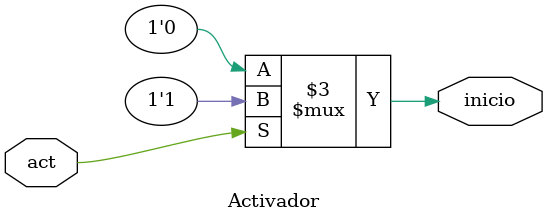
<source format=v>
`timescale 1ns / 1ps


module Activador(
input act, 
output reg inicio
    );
    always @(*)
    if (act) begin
        inicio <= 1; 
    end else begin
        inicio <= 0; 
        end
endmodule

</source>
